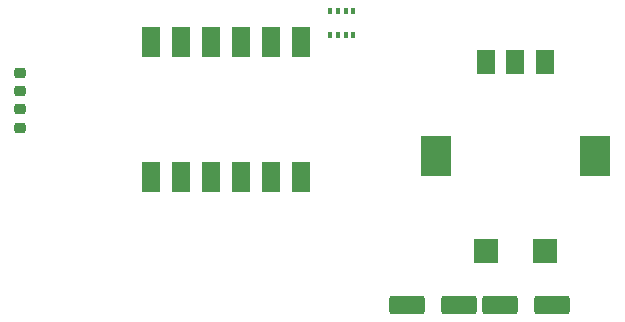
<source format=gbr>
%TF.GenerationSoftware,KiCad,Pcbnew,6.0.2-1.fc35*%
%TF.CreationDate,2022-05-08T19:10:54+02:00*%
%TF.ProjectId,LEDnode,4c45446e-6f64-4652-9e6b-696361645f70,rev?*%
%TF.SameCoordinates,Original*%
%TF.FileFunction,Paste,Top*%
%TF.FilePolarity,Positive*%
%FSLAX46Y46*%
G04 Gerber Fmt 4.6, Leading zero omitted, Abs format (unit mm)*
G04 Created by KiCad (PCBNEW 6.0.2-1.fc35) date 2022-05-08 19:10:54*
%MOMM*%
%LPD*%
G01*
G04 APERTURE LIST*
G04 Aperture macros list*
%AMRoundRect*
0 Rectangle with rounded corners*
0 $1 Rounding radius*
0 $2 $3 $4 $5 $6 $7 $8 $9 X,Y pos of 4 corners*
0 Add a 4 corners polygon primitive as box body*
4,1,4,$2,$3,$4,$5,$6,$7,$8,$9,$2,$3,0*
0 Add four circle primitives for the rounded corners*
1,1,$1+$1,$2,$3*
1,1,$1+$1,$4,$5*
1,1,$1+$1,$6,$7*
1,1,$1+$1,$8,$9*
0 Add four rect primitives between the rounded corners*
20,1,$1+$1,$2,$3,$4,$5,0*
20,1,$1+$1,$4,$5,$6,$7,0*
20,1,$1+$1,$6,$7,$8,$9,0*
20,1,$1+$1,$8,$9,$2,$3,0*%
G04 Aperture macros list end*
%ADD10R,2.500000X3.500000*%
%ADD11R,1.500000X2.000000*%
%ADD12R,2.000000X2.000000*%
%ADD13RoundRect,0.250000X1.250000X0.550000X-1.250000X0.550000X-1.250000X-0.550000X1.250000X-0.550000X0*%
%ADD14R,1.500000X2.500000*%
%ADD15RoundRect,0.218750X0.256250X-0.218750X0.256250X0.218750X-0.256250X0.218750X-0.256250X-0.218750X0*%
%ADD16R,0.350000X0.500000*%
G04 APERTURE END LIST*
D10*
%TO.C,SW1*%
X116250000Y-89000000D03*
X129750000Y-89000000D03*
D11*
X125500000Y-81000000D03*
X120500000Y-81000000D03*
X123000000Y-81000000D03*
D12*
X125500000Y-97000000D03*
X120500000Y-97000000D03*
%TD*%
D13*
%TO.C,C5*%
X126100000Y-101570000D03*
X121700000Y-101570000D03*
%TD*%
%TO.C,C2*%
X118200000Y-101570000D03*
X113800000Y-101570000D03*
%TD*%
D14*
%TO.C,U2*%
X92150000Y-90715000D03*
X94690000Y-90715000D03*
X97230000Y-90715000D03*
X99770000Y-90715000D03*
X102310000Y-90715000D03*
X104850000Y-90715000D03*
X104850000Y-79285000D03*
X102310000Y-79285000D03*
X99770000Y-79285000D03*
X97230000Y-79285000D03*
X94690000Y-79285000D03*
X92150000Y-79285000D03*
%TD*%
D15*
%TO.C,D3*%
X81100000Y-83475000D03*
X81100000Y-81900000D03*
%TD*%
D16*
%TO.C,U5*%
X107337011Y-76650000D03*
X107987011Y-76650000D03*
X108637011Y-76650000D03*
X109287011Y-76650000D03*
X109287011Y-78700000D03*
X108637011Y-78700000D03*
X107987011Y-78700000D03*
X107337011Y-78700000D03*
%TD*%
D15*
%TO.C,D2*%
X81100000Y-86575000D03*
X81100000Y-85000000D03*
%TD*%
M02*

</source>
